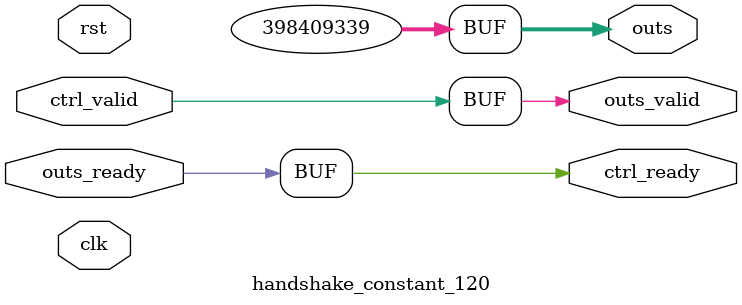
<source format=v>
`timescale 1ns / 1ps
module handshake_constant_120 #(
  parameter DATA_WIDTH = 32  // Default set to 32 bits
) (
  input                       clk,
  input                       rst,
  // Input Channel
  input                       ctrl_valid,
  output                      ctrl_ready,
  // Output Channel
  output [DATA_WIDTH - 1 : 0] outs,
  output                      outs_valid,
  input                       outs_ready
);
  assign outs       = 30'b010111101111110011111001111011;
  assign outs_valid = ctrl_valid;
  assign ctrl_ready = outs_ready;

endmodule

</source>
